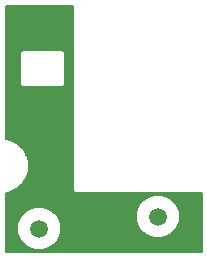
<source format=gtl>
G04 #@! TF.GenerationSoftware,KiCad,Pcbnew,(5.0.2)-1*
G04 #@! TF.CreationDate,2019-05-16T23:08:13-04:00*
G04 #@! TF.ProjectId,g935f-pwr,67393335-662d-4707-9772-2e6b69636164,V2*
G04 #@! TF.SameCoordinates,Original*
G04 #@! TF.FileFunction,Copper,L1,Top*
G04 #@! TF.FilePolarity,Positive*
%FSLAX46Y46*%
G04 Gerber Fmt 4.6, Leading zero omitted, Abs format (unit mm)*
G04 Created by KiCad (PCBNEW (5.0.2)-1) date 5/16/2019 11:08:13 PM*
%MOMM*%
%LPD*%
G01*
G04 APERTURE LIST*
G04 #@! TA.AperFunction,ComponentPad*
%ADD10C,1.500000*%
G04 #@! TD*
G04 #@! TA.AperFunction,ViaPad*
%ADD11C,0.889000*%
G04 #@! TD*
G04 #@! TA.AperFunction,ViaPad*
%ADD12C,0.635000*%
G04 #@! TD*
G04 #@! TA.AperFunction,Conductor*
%ADD13C,0.152400*%
G04 #@! TD*
G04 APERTURE END LIST*
D10*
G04 #@! TO.P,P2,*
G04 #@! TO.N,*
X40279320Y-113370360D03*
G04 #@! TD*
G04 #@! TO.P,P3,*
G04 #@! TO.N,*
X50337720Y-112349280D03*
G04 #@! TD*
D11*
G04 #@! TO.N,Dev+*
X53279040Y-112232440D03*
D12*
X42519600Y-95246555D03*
X42519600Y-96078040D03*
X42575480Y-97033080D03*
X42722800Y-97845880D03*
X49702720Y-115041680D03*
G04 #@! TD*
D13*
G04 #@! TO.N,Dev+*
G36*
X43130800Y-109970037D02*
X43123368Y-110007400D01*
X43152814Y-110155434D01*
X43185857Y-110204887D01*
X43236668Y-110280932D01*
X43362166Y-110364786D01*
X43510200Y-110394232D01*
X43547563Y-110386800D01*
X54052801Y-110386800D01*
X54052800Y-115342445D01*
X37463400Y-115318155D01*
X37463400Y-113003924D01*
X38437120Y-113003924D01*
X38437120Y-113736796D01*
X38717578Y-114413883D01*
X39235797Y-114932102D01*
X39912884Y-115212560D01*
X40645756Y-115212560D01*
X41322843Y-114932102D01*
X41841062Y-114413883D01*
X42121520Y-113736796D01*
X42121520Y-113003924D01*
X41841062Y-112326837D01*
X41497069Y-111982844D01*
X48495520Y-111982844D01*
X48495520Y-112715716D01*
X48775978Y-113392803D01*
X49294197Y-113911022D01*
X49971284Y-114191480D01*
X50704156Y-114191480D01*
X51381243Y-113911022D01*
X51899462Y-113392803D01*
X52179920Y-112715716D01*
X52179920Y-111982844D01*
X51899462Y-111305757D01*
X51381243Y-110787538D01*
X50704156Y-110507080D01*
X49971284Y-110507080D01*
X49294197Y-110787538D01*
X48775978Y-111305757D01*
X48495520Y-111982844D01*
X41497069Y-111982844D01*
X41322843Y-111808618D01*
X40645756Y-111528160D01*
X39912884Y-111528160D01*
X39235797Y-111808618D01*
X38717578Y-112326837D01*
X38437120Y-113003924D01*
X37463400Y-113003924D01*
X37463400Y-110361418D01*
X37717771Y-110321812D01*
X37763738Y-110307758D01*
X37809933Y-110294250D01*
X37813863Y-110292433D01*
X38322340Y-110053704D01*
X38362565Y-110027281D01*
X38403062Y-110001383D01*
X38406325Y-109998537D01*
X38827361Y-109626690D01*
X38858522Y-109590076D01*
X38890154Y-109553816D01*
X38892486Y-109550168D01*
X39192233Y-109075097D01*
X39211883Y-109031168D01*
X39232048Y-108987529D01*
X39233263Y-108983373D01*
X39387626Y-108443269D01*
X39394148Y-108395656D01*
X39401264Y-108348044D01*
X39401263Y-108343714D01*
X39397831Y-107781995D01*
X39390726Y-107734451D01*
X39384195Y-107686772D01*
X39382979Y-107682616D01*
X39222030Y-107144438D01*
X39201874Y-107100817D01*
X39182216Y-107056869D01*
X39179882Y-107053222D01*
X38874353Y-106581848D01*
X38842744Y-106545614D01*
X38811561Y-106508973D01*
X38808298Y-106506127D01*
X38382751Y-106139452D01*
X38342239Y-106113544D01*
X38302029Y-106087130D01*
X38298098Y-106085314D01*
X37786742Y-105852815D01*
X37740560Y-105839310D01*
X37694581Y-105825253D01*
X37690298Y-105824613D01*
X37463400Y-105792118D01*
X37463400Y-98629671D01*
X38616103Y-98629671D01*
X38623045Y-98664495D01*
X38623046Y-100982290D01*
X38616103Y-101017271D01*
X38630063Y-101087298D01*
X38643609Y-101155400D01*
X38643651Y-101155462D01*
X38643666Y-101155539D01*
X38683243Y-101214716D01*
X38721938Y-101272628D01*
X38722001Y-101272670D01*
X38722044Y-101272734D01*
X38780094Y-101311487D01*
X38839166Y-101350957D01*
X38839242Y-101350972D01*
X38839305Y-101351014D01*
X38906734Y-101364397D01*
X38977445Y-101378463D01*
X39012425Y-101371505D01*
X42100212Y-101370214D01*
X42135045Y-101377143D01*
X42170024Y-101370185D01*
X42170096Y-101370185D01*
X42203237Y-101363579D01*
X42273324Y-101349637D01*
X42273388Y-101349594D01*
X42273464Y-101349579D01*
X42332094Y-101310368D01*
X42390552Y-101271308D01*
X42390595Y-101271244D01*
X42390659Y-101271201D01*
X42429233Y-101213418D01*
X42468882Y-101154080D01*
X42468897Y-101154002D01*
X42468939Y-101153940D01*
X42482252Y-101086866D01*
X42489445Y-101050704D01*
X42489445Y-101050625D01*
X42496387Y-101015649D01*
X42489445Y-100980826D01*
X42489445Y-98663025D01*
X42496387Y-98628049D01*
X42468823Y-98489781D01*
X42390445Y-98372586D01*
X42273185Y-98294306D01*
X42169800Y-98273786D01*
X42144394Y-98273797D01*
X42135045Y-98271937D01*
X42125657Y-98273804D01*
X39012278Y-98275106D01*
X38977445Y-98268177D01*
X38942465Y-98275135D01*
X38942393Y-98275135D01*
X38909167Y-98281759D01*
X38839165Y-98295683D01*
X38839100Y-98295726D01*
X38839026Y-98295741D01*
X38780675Y-98334765D01*
X38721937Y-98374013D01*
X38721895Y-98374076D01*
X38721831Y-98374119D01*
X38683078Y-98432169D01*
X38643608Y-98491241D01*
X38643593Y-98491317D01*
X38643551Y-98491380D01*
X38630147Y-98558911D01*
X38623045Y-98594617D01*
X38623045Y-98594695D01*
X38616103Y-98629671D01*
X37463400Y-98629671D01*
X37463400Y-94562600D01*
X43130801Y-94562600D01*
X43130800Y-109970037D01*
X43130800Y-109970037D01*
G37*
X43130800Y-109970037D02*
X43123368Y-110007400D01*
X43152814Y-110155434D01*
X43185857Y-110204887D01*
X43236668Y-110280932D01*
X43362166Y-110364786D01*
X43510200Y-110394232D01*
X43547563Y-110386800D01*
X54052801Y-110386800D01*
X54052800Y-115342445D01*
X37463400Y-115318155D01*
X37463400Y-113003924D01*
X38437120Y-113003924D01*
X38437120Y-113736796D01*
X38717578Y-114413883D01*
X39235797Y-114932102D01*
X39912884Y-115212560D01*
X40645756Y-115212560D01*
X41322843Y-114932102D01*
X41841062Y-114413883D01*
X42121520Y-113736796D01*
X42121520Y-113003924D01*
X41841062Y-112326837D01*
X41497069Y-111982844D01*
X48495520Y-111982844D01*
X48495520Y-112715716D01*
X48775978Y-113392803D01*
X49294197Y-113911022D01*
X49971284Y-114191480D01*
X50704156Y-114191480D01*
X51381243Y-113911022D01*
X51899462Y-113392803D01*
X52179920Y-112715716D01*
X52179920Y-111982844D01*
X51899462Y-111305757D01*
X51381243Y-110787538D01*
X50704156Y-110507080D01*
X49971284Y-110507080D01*
X49294197Y-110787538D01*
X48775978Y-111305757D01*
X48495520Y-111982844D01*
X41497069Y-111982844D01*
X41322843Y-111808618D01*
X40645756Y-111528160D01*
X39912884Y-111528160D01*
X39235797Y-111808618D01*
X38717578Y-112326837D01*
X38437120Y-113003924D01*
X37463400Y-113003924D01*
X37463400Y-110361418D01*
X37717771Y-110321812D01*
X37763738Y-110307758D01*
X37809933Y-110294250D01*
X37813863Y-110292433D01*
X38322340Y-110053704D01*
X38362565Y-110027281D01*
X38403062Y-110001383D01*
X38406325Y-109998537D01*
X38827361Y-109626690D01*
X38858522Y-109590076D01*
X38890154Y-109553816D01*
X38892486Y-109550168D01*
X39192233Y-109075097D01*
X39211883Y-109031168D01*
X39232048Y-108987529D01*
X39233263Y-108983373D01*
X39387626Y-108443269D01*
X39394148Y-108395656D01*
X39401264Y-108348044D01*
X39401263Y-108343714D01*
X39397831Y-107781995D01*
X39390726Y-107734451D01*
X39384195Y-107686772D01*
X39382979Y-107682616D01*
X39222030Y-107144438D01*
X39201874Y-107100817D01*
X39182216Y-107056869D01*
X39179882Y-107053222D01*
X38874353Y-106581848D01*
X38842744Y-106545614D01*
X38811561Y-106508973D01*
X38808298Y-106506127D01*
X38382751Y-106139452D01*
X38342239Y-106113544D01*
X38302029Y-106087130D01*
X38298098Y-106085314D01*
X37786742Y-105852815D01*
X37740560Y-105839310D01*
X37694581Y-105825253D01*
X37690298Y-105824613D01*
X37463400Y-105792118D01*
X37463400Y-98629671D01*
X38616103Y-98629671D01*
X38623045Y-98664495D01*
X38623046Y-100982290D01*
X38616103Y-101017271D01*
X38630063Y-101087298D01*
X38643609Y-101155400D01*
X38643651Y-101155462D01*
X38643666Y-101155539D01*
X38683243Y-101214716D01*
X38721938Y-101272628D01*
X38722001Y-101272670D01*
X38722044Y-101272734D01*
X38780094Y-101311487D01*
X38839166Y-101350957D01*
X38839242Y-101350972D01*
X38839305Y-101351014D01*
X38906734Y-101364397D01*
X38977445Y-101378463D01*
X39012425Y-101371505D01*
X42100212Y-101370214D01*
X42135045Y-101377143D01*
X42170024Y-101370185D01*
X42170096Y-101370185D01*
X42203237Y-101363579D01*
X42273324Y-101349637D01*
X42273388Y-101349594D01*
X42273464Y-101349579D01*
X42332094Y-101310368D01*
X42390552Y-101271308D01*
X42390595Y-101271244D01*
X42390659Y-101271201D01*
X42429233Y-101213418D01*
X42468882Y-101154080D01*
X42468897Y-101154002D01*
X42468939Y-101153940D01*
X42482252Y-101086866D01*
X42489445Y-101050704D01*
X42489445Y-101050625D01*
X42496387Y-101015649D01*
X42489445Y-100980826D01*
X42489445Y-98663025D01*
X42496387Y-98628049D01*
X42468823Y-98489781D01*
X42390445Y-98372586D01*
X42273185Y-98294306D01*
X42169800Y-98273786D01*
X42144394Y-98273797D01*
X42135045Y-98271937D01*
X42125657Y-98273804D01*
X39012278Y-98275106D01*
X38977445Y-98268177D01*
X38942465Y-98275135D01*
X38942393Y-98275135D01*
X38909167Y-98281759D01*
X38839165Y-98295683D01*
X38839100Y-98295726D01*
X38839026Y-98295741D01*
X38780675Y-98334765D01*
X38721937Y-98374013D01*
X38721895Y-98374076D01*
X38721831Y-98374119D01*
X38683078Y-98432169D01*
X38643608Y-98491241D01*
X38643593Y-98491317D01*
X38643551Y-98491380D01*
X38630147Y-98558911D01*
X38623045Y-98594617D01*
X38623045Y-98594695D01*
X38616103Y-98629671D01*
X37463400Y-98629671D01*
X37463400Y-94562600D01*
X43130801Y-94562600D01*
X43130800Y-109970037D01*
G04 #@! TD*
M02*

</source>
